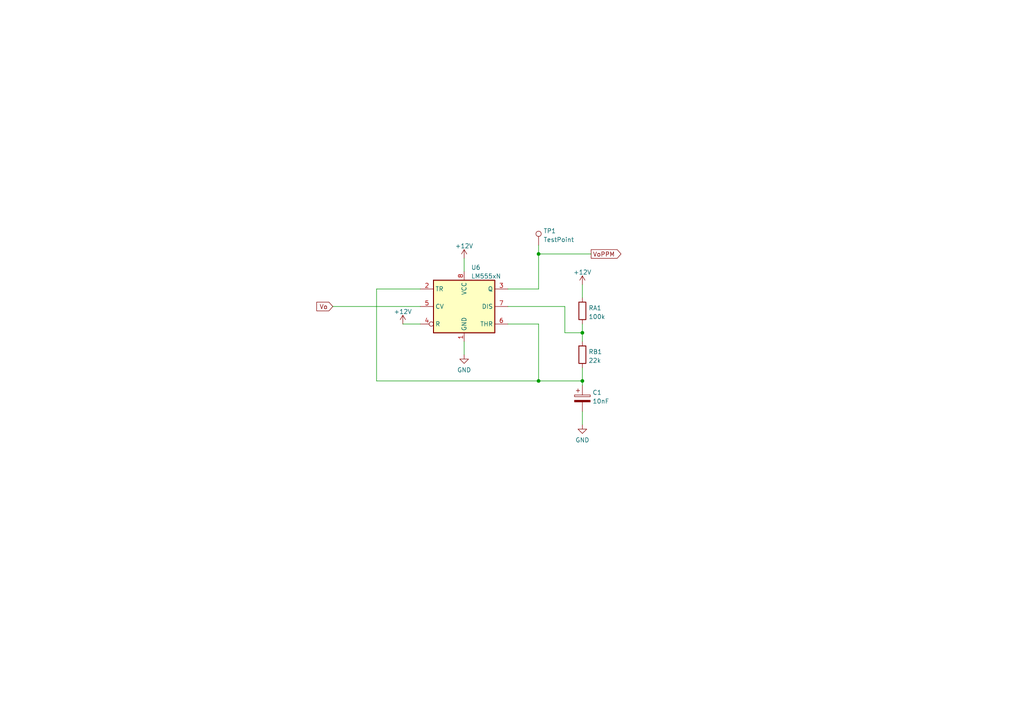
<source format=kicad_sch>
(kicad_sch (version 20250114) (generator "eeschema") (generator_version "9.0")
  (paper "A4")
  (lib_symbols
    (symbol "Connector:TestPoint" (pin_numbers (hide yes)) (pin_names (offset 0.762) (hide yes))
      (property "Reference" "TP" (at 0 6.858 0))
      (property "Value" "TestPoint" (at 0 5.08 0))
      (symbol "TestPoint_0_1"
        (circle (center 0 3.302) (radius 0.762))
      )
      (symbol "TestPoint_1_1"
        (pin passive line (at 0 0 90) (length 2.54) (name "1") (number "1"))
      )
    )
    (symbol "Device:C_Polarized" (pin_numbers (hide yes)) (pin_names (offset 0.254))
      (property "Reference" "C" (at 0.635 2.54 0))
      (property "Value" "C_Polarized" (at 0.635 -2.54 0))
      (symbol "C_Polarized_0_1"
        (rectangle (start -2.286 0.508) (end 2.286 1.016))
        (polyline (pts (xy -1.778 2.286) (xy -0.762 2.286)))
        (polyline (pts (xy -1.27 2.794) (xy -1.27 1.778)))
        (rectangle (start 2.286 -0.508) (end -2.286 -1.016) (fill (type outline)))
      )
      (symbol "C_Polarized_1_1"
        (pin passive line (at 0 3.81 270) (length 2.794) (name "~") (number "1"))
        (pin passive line (at 0 -3.81 90) (length 2.794) (name "~") (number "2"))
      )
    )
    (symbol "Device:R" (pin_numbers (hide yes)) (pin_names (offset 0))
      (property "Reference" "R" (at 2.032 0 90))
      (property "Value" "R" (at 0 0 90))
      (symbol "R_0_1"
        (rectangle (start -1.016 -2.54) (end 1.016 2.54) (stroke (width 0.254)))
      )
      (symbol "R_1_1"
        (pin passive line (at 0 3.81 270) (length 1.27) (name "~") (number "1"))
        (pin passive line (at 0 -3.81 90) (length 1.27) (name "~") (number "2"))
      )
    )
    (symbol "Timer:LM555xN"
      (property "Reference" "U" (at -10.16 8.89 0))
      (property "Value" "LM555xN" (at 2.54 8.89 0))
      (symbol "LM555xN_0_0"
        (pin power_in line (at 0 10.16 270) (length 2.54) (name "VCC") (number "8"))
        (pin power_in line (at 0 -10.16 90) (length 2.54) (name "GND") (number "1"))
      )
      (symbol "LM555xN_0_1"
        (rectangle (start -8.89 -7.62) (end 8.89 7.62) (stroke (width 0.254)) (fill (type background)))
        (rectangle (start -8.89 -7.62) (end 8.89 7.62) (stroke (width 0.254)) (fill (type background)))
      )
      (symbol "LM555xN_1_1"
        (pin input line (at -12.7 5.08 0) (length 3.81) (name "TR") (number "2"))
        (pin input line (at -12.7 0 0) (length 3.81) (name "CV") (number "5"))
        (pin input inverted (at -12.7 -5.08 0) (length 3.81) (name "R") (number "4"))
        (pin output line (at 12.7 5.08 180) (length 3.81) (name "Q") (number "3"))
        (pin input line (at 12.7 0 180) (length 3.81) (name "DIS") (number "7"))
        (pin input line (at 12.7 -5.08 180) (length 3.81) (name "THR") (number "6"))
      )
    )
    (symbol "power:+12V" (power) (pin_names (offset 0))
      (property "Value" "+12V" (at 0 3.556 0))
      (symbol "+12V_0_1"
        (polyline (pts (xy -0.762 1.27) (xy 0 2.54)))
        (polyline (pts (xy 0 2.54) (xy 0.762 1.27)))
        (polyline (pts (xy 0 0) (xy 0 2.54)))
      )
      (symbol "+12V_1_1"
        (pin power_in line (at 0 0 90) (length 0) (hide yes) (name "+12V") (number "1"))
      )
    )
    (symbol "power:GND" (power) (pin_names (offset 0))
      (property "Value" "GND" (at 0 -3.81 0))
      (symbol "GND_0_1"
        (polyline (pts (xy 0 0) (xy 0 -1.27) (xy 1.27 -1.27) (xy 0 -2.54) (xy -1.27 -1.27) (xy 0 -1.27)))
      )
      (symbol "GND_1_1"
        (pin power_in line (at 0 0 270) (length 0) (hide yes) (name "GND") (number "1"))
      )
    )
  )
  (junction (at 156.21 73.66))
  (junction (at 168.91 110.49))
  (junction (at 168.91 96.52))
  (junction (at 156.21 110.49))
  (wire (pts (xy 156.21 93.98) (xy 156.21 110.49)))
  (wire (pts (xy 116.84 93.98) (xy 121.92 93.98)))
  (wire (pts (xy 168.91 106.68) (xy 168.91 110.49)))
  (wire (pts (xy 134.62 99.06) (xy 134.62 102.87)))
  (wire (pts (xy 156.21 110.49) (xy 168.91 110.49)))
  (wire (pts (xy 121.92 83.82) (xy 109.22 83.82)))
  (wire (pts (xy 147.32 88.9) (xy 163.83 88.9)))
  (wire (pts (xy 168.91 96.52) (xy 168.91 99.06)))
  (wire (pts (xy 168.91 110.49) (xy 168.91 111.76)))
  (wire (pts (xy 109.22 83.82) (xy 109.22 110.49)))
  (wire (pts (xy 168.91 93.98) (xy 168.91 96.52)))
  (wire (pts (xy 96.52 88.9) (xy 121.92 88.9)))
  (wire (pts (xy 156.21 73.66) (xy 171.45 73.66)))
  (wire (pts (xy 168.91 82.55) (xy 168.91 86.36)))
  (wire (pts (xy 168.91 119.38) (xy 168.91 123.19)))
  (wire (pts (xy 147.32 83.82) (xy 156.21 83.82)))
  (wire (pts (xy 109.22 110.49) (xy 156.21 110.49)))
  (wire (pts (xy 156.21 83.82) (xy 156.21 73.66)))
  (wire (pts (xy 163.83 96.52) (xy 168.91 96.52)))
  (wire (pts (xy 147.32 93.98) (xy 156.21 93.98)))
  (wire (pts (xy 134.62 74.93) (xy 134.62 78.74)))
  (wire (pts (xy 163.83 88.9) (xy 163.83 96.52)))
  (wire (pts (xy 156.21 71.12) (xy 156.21 73.66)))
  (global_label "Vo" (shape input) (at 96.52 88.9 180) (property "Intersheetrefs" "${INTERSHEET_REFS}" (effects (hide yes))))
  (global_label "VoPPM" (shape output) (at 171.45 73.66 0) (property "Intersheetrefs" "${INTERSHEET_REFS}" (effects (hide yes))))
  (symbol (lib_id "Timer:LM555xN") (at 134.62 88.9 0) (unit 1)
    (property "Reference" "U6" (at 136.6394 77.5802 0) (effects (justify left)))
    (property "Value" "LM555xN" (at 136.6394 80.1171 0) (effects (justify left)))
    (property "Footprint" "LibraryNico:DIP-8_W7.62mm_LongPads Nico" (effects (hide yes)))
    (property "Datasheet" "http://www.ti.com/lit/ds/symlink/lm555.pdf" (effects (hide yes)))
  )
  (symbol (lib_id "power:GND") (at 134.62 102.87 0) (unit 1)
    (property "Reference" "#PWR0126" (effects (hide yes)))
    (property "Value" "GND" (at 134.62 107.3134 0))
  )
  (symbol (lib_id "Connector:TestPoint") (at 156.21 71.12 0) (unit 1)
    (property "Reference" "TP1" (at 157.607 66.9833 0) (effects (justify left)))
    (property "Value" "TestPoint" (at 157.607 69.5202 0) (effects (justify left)))
    (property "Footprint" "LibraryNico:PinHeader_1x01_P2.54mm_Vertical Nico" (effects (hide yes)))
  )
  (symbol (lib_id "power:GND") (at 168.91 123.19 0) (unit 1)
    (property "Reference" "#PWR0130" (effects (hide yes)))
    (property "Value" "GND" (at 168.91 127.6334 0))
  )
  (symbol (lib_id "Device:R") (at 168.91 90.17 0) (unit 1)
    (property "Reference" "RA1" (at 170.688 89.3353 0) (effects (justify left)))
    (property "Value" "100k" (at 170.688 91.8722 0) (effects (justify left)))
    (property "Footprint" "LibraryNico:R_Axial_DIN0207_L6.3mm_D2.5mm_P10.16mm_Horizontal Nico" (effects (hide yes)))
  )
  (symbol (lib_id "Device:C_Polarized") (at 168.91 115.57 0) (unit 1)
    (property "Reference" "C1" (at 171.831 113.8463 0) (effects (justify left)))
    (property "Value" "10nF" (at 171.831 116.3832 0) (effects (justify left)))
    (property "Footprint" "LibraryNico:CP_Radial_D5.0mm_P2.50mm Nico" (effects (hide yes)))
  )
  (symbol (lib_id "power:+12V") (at 168.91 82.55 0) (unit 1)
    (property "Reference" "#PWR0128" (effects (hide yes)))
    (property "Value" "+12V" (at 168.91 78.9742 0))
  )
  (symbol (lib_id "power:+12V") (at 134.62 74.93 0) (unit 1)
    (property "Reference" "#PWR0127" (effects (hide yes)))
    (property "Value" "+12V" (at 134.62 71.3542 0))
  )
  (symbol (lib_id "power:+12V") (at 116.84 93.98 0) (unit 1)
    (property "Reference" "#PWR0129" (effects (hide yes)))
    (property "Value" "+12V" (at 116.84 90.4042 0))
  )
  (symbol (lib_id "Device:R") (at 168.91 102.87 0) (unit 1)
    (property "Reference" "RB1" (at 170.688 102.0353 0) (effects (justify left)))
    (property "Value" "22k" (at 170.688 104.5722 0) (effects (justify left)))
    (property "Footprint" "LibraryNico:R_Axial_DIN0207_L6.3mm_D2.5mm_P10.16mm_Horizontal Nico" (effects (hide yes)))
  )
)
</source>
